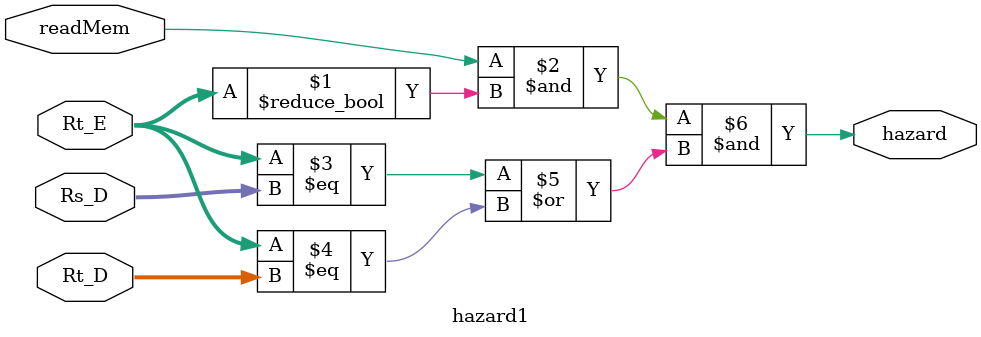
<source format=v>
module hazard1 (Rs_D, Rt_D, Rt_E, readMem, hazard);

input wire [4:0] Rs_D; 
input wire [4:0] Rt_D;
input wire [4:0] Rt_E;
input wire readMem;

output wire hazard;

assign hazard = readMem & (Rt_E != 0) & ((Rt_E == Rs_D) | (Rt_E == Rt_D));
endmodule
</source>
